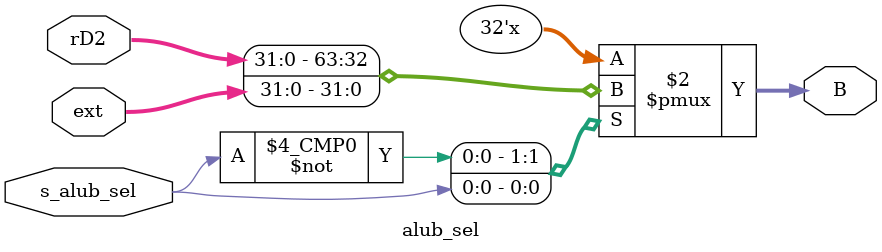
<source format=v>
`timescale 1ns / 1ps

module alub_sel(
    input  wire [31:0] ext,
    input  wire [31:0] rD2,
    input  wire        s_alub_sel,
    output reg  [31:0] B
);

    always @(*) begin
        case (s_alub_sel)
            2'b00: B = rD2;
            2'b01: B = ext;
            default: B = 32'b0;
        endcase
    end

endmodule


</source>
